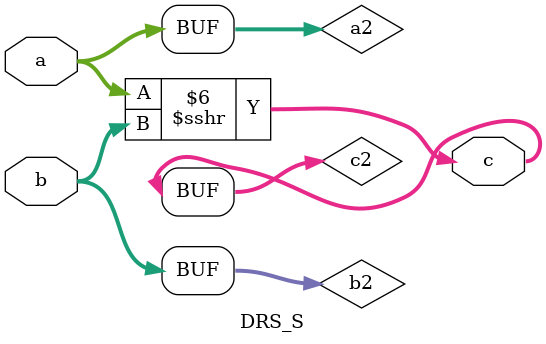
<source format=v>
`timescale 1ns / 1ns
module posit_mac_f(IN1, IN2, BIAS, MAC_EN, PURGE, RESULT_REQ_PLS, BIAS_EN, CLK, RESET, OUT);

function [31:0] log2;
input reg [31:0] value;
	begin
	value = value-1;
	for (log2=0; value>0; log2=log2+1)
        	value = value>>1;
      	end
endfunction

parameter N = 8; //bit width of posit
parameter es = 1; //es size(Don't choose zero.)
parameter qsize = 30; //quire size
parameter ext = 13; //ceil(log_2(k)), k: Number of MAC operations

//Internal parameter
parameter Bs = log2(N);
parameter bias = (2**(es+1))*(N-2);
parameter qsize2 = (2*bias)+2 + ext;
parameter q_s1 = log2(qsize);
parameter q_s2 = log2(qsize2);
parameter mult_bw = 2*(N-es-2);
parameter ss = log2(qsize2 - qsize);
parameter quire_bias = qsize - 2;

input [N-1:0] IN1, IN2, BIAS;
input MAC_EN, PURGE, RESULT_REQ_PLS, BIAS_EN;
input CLK, RESET;
output [N-1:0] OUT;

//Bias Decode
wire [N-1:0] bias_in;
assign bias_in = BIAS_EN ? BIAS : 0;
wire [N-1:0] xbias = bias_in[N-1] ? -bias_in : bias_in;
wire rc_b;
wire [Bs-1:0] regime_b;
wire [es-1:0] e_b;
wire [N-es-4:0] mant_b;
data_extract #(.N(N), .es(es)) decode_bias(.in(xbias), .rc(rc_b), .regime(regime_b), .exp(e_b), .mant(mant_b));
wire [N-es-3:0] m_b = {1'b1,mant_b};
wire [Bs:0] r_b = rc_b ? {1'b0,regime_b} : -regime_b;
wire [Bs+es:0] bias_ex = {r_b,e_b} + bias;
wire signed [mult_bw:0] acc_bias_value = bias_in[N-1] ? -m_b <<< (mult_bw - (N-es-3) - 1) : m_b <<< (mult_bw - (N-es-3) - 1);

//Decode
wire s1 = IN1[N-1];
wire s2 = IN2[N-1];
wire zero_tmp1 = |IN1[N-2:0];
wire zero_tmp2 = |IN2[N-2:0];
wire zero1 = ~(IN1[N-1] | zero_tmp1);
wire zero2 = ~(IN2[N-1] | zero_tmp2);
assign zero = zero1 & zero2;
wire rc1, rc2;
wire [Bs-1:0] regime1, regime2;
wire [es-1:0] e1, e2;
wire [N-es-4:0] mant1, mant2;
wire [N-1:0] xin1 = s1 ? -IN1 : IN1;
wire [N-1:0] xin2 = s2 ? -IN2 : IN2;
data_extract #(.N(N), .es(es)) decode1(.in(xin1), .rc(rc1), .regime(regime1), .exp(e1), .mant(mant1));
data_extract #(.N(N), .es(es)) decode2(.in(xin2), .rc(rc2), .regime(regime2), .exp(e2), .mant(mant2));
wire [N-es-3:0] m1 = {zero_tmp1,mant1}, m2 = {zero_tmp2,mant2};

//multiplication
wire mult_s = s1 ^ s2;
wire [mult_bw-1:0] mult_m = m1 * m2;
wire mult_m_ovf = mult_m[mult_bw-1];
wire [mult_bw-1:0] mult_mN_tmp = ~mult_m_ovf ? mult_m << 1'b1 : mult_m;
wire [mult_bw:0] mult_mN = mult_s ? -{1'b0,mult_mN_tmp} : {1'b0,mult_mN_tmp};
wire signed [Bs+1:0] r1 = rc1 ? {2'b0,regime1} : -regime1;
wire signed [Bs+1:0] r2 = rc2 ? {2'b0,regime2} : -regime2;
wire [Bs+es+1:0] mult_e;
add_N_Cin #(.N(N), .es(es)) exp_add({r1,e1}, {r2,e2}, mult_m_ovf, mult_e);

reg signed [mult_bw:0] mult_reg;
reg [Bs+es+1:0] mult_scale_reg;
always @(posedge CLK or negedge RESET)begin
    if(RESET == 1'b0)
        mult_reg <= 0;
    else if(PURGE)
        mult_reg <= 0;
    else if(MAC_EN)
        mult_reg <= mult_mN;
    else
        mult_reg <= 0; 
end
always @(posedge CLK or negedge RESET)begin
    if(RESET == 1'b0)
        mult_scale_reg <= 0;
    else if(PURGE)
        mult_scale_reg <= 0;
    else if(MAC_EN)
        mult_scale_reg <= mult_e;
    else
        mult_scale_reg <= 0;
end

//accumulation
reg signed [mult_bw:0] mult;
reg [Bs+es+1:0] mult_scale;
reg [ss-1:0] q_scale_reg;
reg signed [qsize-1:0] quire_reg;
reg signed [qsize+mult_bw-2:0] add_value;
reg [ss-1:0] add_scale;
reg signed [qsize-1:0] small_value;
reg [ss-1:0] small_scale;
reg signed [qsize-1:0] big_value;
reg [ss-1:0] big_scale;
reg [ss-1:0] scale_diff;

reg signed [qsize-1:0] quire;
reg signed [qsize-1:0] quire_tmp;
reg [ss-1:0] q_scale;
reg [ss-1:0] q_scale_tmp;
reg signed [ss-1:0] shift_q;
always @(*) begin
    if(BIAS_EN)begin
        mult = acc_bias_value;
        mult_scale = bias_ex;
    end
    else begin
        mult = mult_reg;
        mult_scale = mult_scale_reg;
    end
    if(mult_scale >= quire_bias) begin
        add_value = mult <<< (quire_bias-1);
        add_scale = mult_scale - quire_bias;
    end
    else begin
        add_value = mult <<< (mult_scale - 1);
        add_scale = 0;  
    end
    if(q_scale_reg >= add_scale)begin
        scale_diff  = q_scale_reg - add_scale;
        big_value   = quire_reg;
        big_scale   = q_scale_reg;
        small_value = add_value[qsize+mult_bw-2:mult_bw-1];
        small_scale = add_scale;
    end
    else begin
        scale_diff  = add_scale - q_scale_reg;
        big_value   = add_value[qsize+mult_bw-2:mult_bw-1];
        big_scale   = add_scale;
        small_value = quire_reg;
        small_scale = q_scale_reg;
    end
    quire   = big_value + (small_value >>> scale_diff);
    q_scale = big_scale;
    if(quire_reg[qsize-1:qsize-2] == 2'b01 && quire[qsize-1:qsize-2] == 2'b10) begin //plus overflow
        quire = {1'b0,{(qsize - 1){1'b1}}};
    end
    if(quire_reg[qsize-1:qsize-2] == 2'b10 && quire[qsize-1:qsize-2] == 2'b01) begin //minus overflow
        quire = {1'b1,{(qsize - 1){1'b0}}};
    end
    if(q_scale != {(ss){1'b1}} && quire[qsize-1]^quire[qsize-2]) begin
        quire   = quire >>> 1;
        q_scale = q_scale + 1;
    end
end

//MAC_EN
reg acc_en;
always @(posedge CLK or negedge RESET)begin
    if(RESET == 1'b0)
        acc_en <= 0;
    else
        acc_en <= MAC_EN;
end
//quire
always@(posedge CLK or negedge RESET)begin
    if(RESET == 1'b0)
        quire_reg <= 0;
    else if(PURGE)
        quire_reg <= 0;
    else if(acc_en | BIAS_EN)
        quire_reg <= quire;
    else
        quire_reg <= quire_reg;
end
//quire_scale
always@(posedge CLK or negedge RESET)begin
    if(RESET == 1'b0)
        q_scale_reg <= 0;
    else if(PURGE)
        q_scale_reg <= 0;
    else if(acc_en | BIAS_EN)
        q_scale_reg <= q_scale;
    else
        q_scale_reg <= q_scale_reg;
end

//encode
wire [qsize-1:0] quire_masked = RESULT_REQ_PLS ? quire_reg : 0;
wire [qsize-1:0] quire_abs = quire_masked[qsize-1] ? -quire_masked : quire_masked;
wire [q_s1-1:0] val_quire;
LOD_N #(.N(qsize)) valid_quire(.in(quire_abs), .out(val_quire));

wire [qsize-1:0] quire_frac_s;
DLS #(.N(qsize), .S(q_s1), .O(qsize)) get_qfrac (.a(quire_abs), .b(val_quire), .c(quire_frac_s));

wire signed [es+Bs+1:0] quire_exp = q_scale_reg - (val_quire + 1) + qsize - bias + 1;

wire [es-1:0] e_o;
wire [Bs:0] r_o;
reg_exp_op #(.es(es), .Bs(Bs), .N(N)) e_r_out(quire_exp, e_o, r_o);

wire [2*N-1+3:0] tmp_o = {{N{~quire_exp[es+Bs+1]}},quire_exp[es+Bs+1],e_o,quire_frac_s[qsize-2:(qsize-2)-((N-1-es)+1)],|quire_frac_s[((qsize-2)-((N-1-es)+1))-1:0]};

wire [3*N-1+3:0] tmp1_o;
DRS #(.N(3*N+3), .S(Bs+1), .O(3*N+3)) drs (.a({tmp_o,{N{1'b0}}}), .b(r_o), .c(tmp1_o));

wire L = tmp1_o[N+4], G = tmp1_o[N+3], R = tmp1_o[N+2], St = |tmp1_o[N+1:0],
     ulp = ((G & (R | St)) | (L & G & ~(R | St)));
wire [N-1:0] rnd_ulp = {{N-1{1'b0}},ulp};

wire [N:0] tmp1_o_rnd_ulp;
add_N #(.N(N)) uut_add_ulp (tmp1_o[2*N-1+3:N+3], rnd_ulp, tmp1_o_rnd_ulp);
wire [N-1:0] tmp1_o_rnd = (r_o < N -1) ? tmp1_o_rnd_ulp[N-1:0] : tmp1_o[2*N-1+3:N+3];

wire [N-2:0] tmp1_oN = quire_masked[qsize-1] ? -tmp1_o_rnd[N-1:1] : tmp1_o_rnd[N-1:1];

wire [N-1:0] OUT_tmp_p;
wire [N-1:0] OUT_tmp_n;
assign OUT_tmp_p = (|tmp1_oN) ? {quire_masked[qsize-1], tmp1_oN} : {quire_masked[qsize-1],{(N-2){1'b0}},1'b1};
assign OUT_tmp_n = (|tmp1_oN) ? {quire_masked[qsize-1], tmp1_oN} : {N{1'b1}};
wire [N-1:0] OUT_tmp;
assign OUT = (|quire_reg | q_scale_reg) ? (quire_masked[qsize-1] ? OUT_tmp_n : OUT_tmp_p) : 0;

endmodule

///////////////////////////////////////////////////////////////////
///////////////////////////////////////////////////////////////////
module data_extract(in, rc, regime, exp, mant);

function [31:0] log2;
input reg [31:0] value;
	begin
	value = value-1;
	for (log2=0; value>0; log2=log2+1)
        	value = value>>1;
      	end
endfunction

parameter N=8;
parameter Bs=log2(N);
parameter es = 1;
input [N-1:0] in;
output rc;
output [Bs-1:0] regime;
output [es-1:0] exp;
output [N-es-4:0] mant;

wire [N-1:0] xin = in;
assign rc = xin[N-2];

wire [N-1:0] xin_r = rc ? ~xin : xin;

wire [Bs-1:0] k;
LOD_N #(.N(N)) xinst_k(.in({xin_r[N-2:0],rc^1'b0}), .out(k));

assign regime = rc ? k-1 : k;

wire [N-1:0] xin_tmp;
DLS #(.N(N), .S(Bs), .O(N)) ls (.a({xin[N-3:0],2'b0}),.b(k),.c(xin_tmp));

assign exp= xin_tmp[N-1:N-es];
assign mant = xin_tmp[N-es-1:3];

endmodule

module LOD_N (in, out);

  function [31:0] log2;
    input reg [31:0] value;
    begin
      value = value-1;
      for (log2=0; value>0; log2=log2+1)
	value = value>>1;
    end
  endfunction

parameter N = 8;
parameter S = log2(N); 
input [N-1:0] in;
output [S-1:0] out;

wire vld;
LOD #(.N(N)) l1 (in, out, vld);
endmodule


module LOD (in, out, vld);

function [31:0] log2;
input reg [31:0] value;
begin
    value = value-1;
    for (log2=0; value>0; log2=log2+1)
value = value>>1;
end
endfunction

function [31:0] bekizyo;
input reg [31:0] value;
begin
    bekizyo = 1<<value;
end
endfunction


parameter N = 8;
parameter S = log2(N);
parameter Sf = bekizyo(S);

   input [N-1:0] in;
   output [S-1:0] out;
   output vld;

  generate
    if (N == 2)
      begin
        assign vld = |in;
        assign out = ~in[1] & in[0];
      end
    else if (N & (N-1))
      LOD #(Sf) LOD ({in,{((Sf) - N) {1'b0}}},out,vld);
    else
      begin
        wire [S-2:0] out_l, out_h;
        wire out_vl, out_vh;
        LOD #(N>>1) l(in[(N>>1)-1:0],out_l,out_vl);
        LOD #(N>>1) h(in[N-1:N>>1],out_h,out_vh);
        assign vld = out_vl | out_vh;
        assign out = out_vh ? {1'b0,out_h} : {out_vl,out_l};
      end
  endgenerate
endmodule

module DLS(a,b,c);

parameter N=8;
parameter S=3;
parameter O = 8;
input [N-1:0] a;
input [S-1:0] b;
output [O-1:0] c;

wire [O-1:0] tmp [S-1:0];
assign tmp[0]  = b[0] ? a << 7'd1  : a; 
genvar i;
generate
	for (i=1; i<S; i=i+1)begin:loop_blk
		assign tmp[i] = b[i] ? tmp[i-1] << 2**i : tmp[i-1];
	end
endgenerate
assign c = tmp[S-1];

endmodule

module add_N_Cin (a,b,cin,c);
function [31:0] log2;
input reg [31:0] value;
	begin
	value = value-1;
	for (log2=0; value>0; log2=log2+1)
        	value = value>>1;
      	end
endfunction
parameter N = 8;
parameter Bs = log2(N);
parameter es = 1;
parameter bias = (2**(es+1))*(N-2);
input signed [Bs+es+1:0] a,b;
input cin;
output [Bs+es+1:0] c;
assign c = a + b + cin + bias;
endmodule

module reg_exp_op (exp_o, e_o, r_o);
parameter es=1;
parameter Bs=3;
parameter N = 8;
input [es+Bs+1:0] exp_o;
output [es-1:0] e_o;
output [Bs:0] r_o;

assign e_o = exp_o[es-1:0];

wire [es+Bs:0] exp_oN_tmp;
conv_2c #(.N(es+Bs)) uut_conv_2c1 (~exp_o[es+Bs:0],exp_oN_tmp);
wire [es+Bs:0] exp_oN = exp_o[es+Bs+1] ? exp_oN_tmp[es+Bs:0] : exp_o[es+Bs:0];

wire [Bs:0] r_o_tmp;
assign r_o_tmp = (~exp_o[es+Bs+1] || |(exp_oN[es-1:0])) ? exp_oN[es+Bs:es] + 1 : exp_oN[es+Bs:es];
assign r_o = (r_o_tmp > N-1) ? N-1 : r_o_tmp;
endmodule

module conv_2c (a,c);
parameter N=10;
input [N:0] a;
output [N:0] c;
assign c = a + 1'b1;
endmodule

module add_N (a,b,c);
parameter N=10;
input [N-1:0] a,b;
output [N:0] c;
assign c = {1'b0,a} + {1'b0,b};
endmodule

module DRS(a,b,c);
        parameter N=8;
        parameter S=3;
        parameter O=8;
        input [N-1:0] a;
        input [S-1:0] b;
        output [O-1:0] c;

wire [O-1:0] tmp [S-1:0];
assign tmp[0]  = b[0] ? a >> 7'd1  : a; 
genvar i;
generate
	for (i=1; i<S; i=i+1)begin:loop_blk
		assign tmp[i] = b[i] ? tmp[i-1] >> 2**i : tmp[i-1];
	end
endgenerate
assign c = tmp[S-1];

endmodule

module DRS_S(a,b,c);
parameter N = 8;
parameter S = 3;
parameter O = 8;
input [N-1:0] a;
input [S-1:0] b;
output [O-1:0] c;
wire signed [N-1:0] a2;
wire signed [S-1:0] b2;
wire signed [O-1:0] c2;
assign a2 = a;
assign b2 = b;
assign c2 = a2 >>> b2;
assign c = c2;
endmodule
</source>
